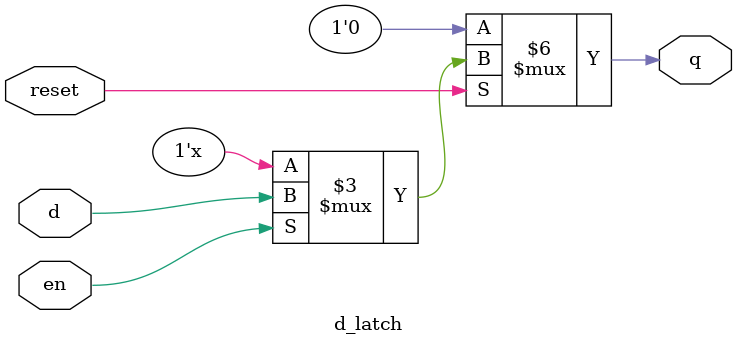
<source format=v>
module d_latch(input d,en,reset,output reg q);			
		always @(en or reset or d )
		begin
			if(!reset)
				q<=1'b0;
			else
				if(en)
					q<=d;
		end			
endmodule
</source>
